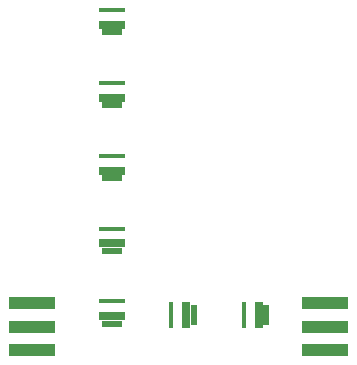
<source format=gts>
G04 #@! TF.FileFunction,Soldermask,Top*
%FSLAX46Y46*%
G04 Gerber Fmt 4.6, Leading zero omitted, Abs format (unit mm)*
G04 Created by KiCad (PCBNEW 4.0.0-rc2-stable) date 3/3/2016 3:45:44 PM*
%MOMM*%
G01*
G04 APERTURE LIST*
%ADD10C,0.150000*%
%ADD11R,0.500000X1.800000*%
%ADD12R,0.320000X2.300000*%
%ADD13R,0.800000X2.300000*%
%ADD14R,1.800000X0.500000*%
%ADD15R,2.300000X0.320000*%
%ADD16R,2.300000X0.800000*%
%ADD17R,4.000000X1.000000*%
%ADD18C,0.600000*%
G04 APERTURE END LIST*
D10*
D11*
X68856620Y-47215880D03*
D12*
X66956620Y-47215880D03*
D13*
X68206620Y-47215880D03*
D11*
X62685614Y-47215880D03*
D12*
X60785614Y-47215880D03*
D13*
X62035614Y-47215880D03*
D14*
X55781395Y-47949170D03*
D15*
X55781395Y-46049170D03*
D16*
X55781395Y-47299170D03*
D14*
X55781395Y-41780764D03*
D15*
X55781395Y-39880764D03*
D16*
X55781395Y-41130764D03*
D14*
X55781395Y-35612357D03*
D15*
X55781395Y-33712357D03*
D16*
X55781395Y-34962357D03*
D14*
X55781395Y-29443951D03*
D15*
X55781395Y-27543951D03*
D16*
X55781395Y-28793951D03*
D14*
X55781395Y-23275542D03*
D15*
X55781395Y-21375542D03*
D16*
X55781395Y-22625542D03*
D17*
X73827440Y-50192207D03*
X73827440Y-48192207D03*
X73827440Y-46192207D03*
D18*
X72827440Y-50192207D03*
X72827440Y-48192207D03*
X72827440Y-46192207D03*
D17*
X49020840Y-46192207D03*
X49020840Y-48192207D03*
X49020840Y-50192207D03*
D18*
X50020840Y-46192207D03*
X50020840Y-48192207D03*
X50020840Y-50192207D03*
M02*

</source>
